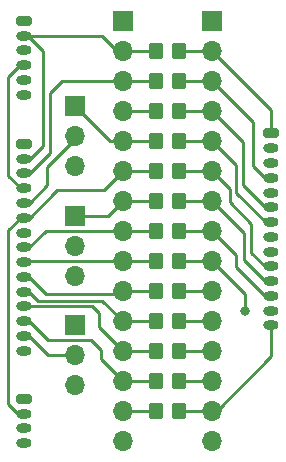
<source format=gbr>
%TF.GenerationSoftware,KiCad,Pcbnew,7.0.1*%
%TF.CreationDate,2023-04-03T00:09:29+09:00*%
%TF.ProjectId,joystick_gpio_input_main_part,6a6f7973-7469-4636-9b5f-6770696f5f69,2*%
%TF.SameCoordinates,PX7863d30PY784b050*%
%TF.FileFunction,Copper,L1,Top*%
%TF.FilePolarity,Positive*%
%FSLAX46Y46*%
G04 Gerber Fmt 4.6, Leading zero omitted, Abs format (unit mm)*
G04 Created by KiCad (PCBNEW 7.0.1) date 2023-04-03 00:09:29*
%MOMM*%
%LPD*%
G01*
G04 APERTURE LIST*
G04 Aperture macros list*
%AMRoundRect*
0 Rectangle with rounded corners*
0 $1 Rounding radius*
0 $2 $3 $4 $5 $6 $7 $8 $9 X,Y pos of 4 corners*
0 Add a 4 corners polygon primitive as box body*
4,1,4,$2,$3,$4,$5,$6,$7,$8,$9,$2,$3,0*
0 Add four circle primitives for the rounded corners*
1,1,$1+$1,$2,$3*
1,1,$1+$1,$4,$5*
1,1,$1+$1,$6,$7*
1,1,$1+$1,$8,$9*
0 Add four rect primitives between the rounded corners*
20,1,$1+$1,$2,$3,$4,$5,0*
20,1,$1+$1,$4,$5,$6,$7,0*
20,1,$1+$1,$6,$7,$8,$9,0*
20,1,$1+$1,$8,$9,$2,$3,0*%
G04 Aperture macros list end*
%TA.AperFunction,SMDPad,CuDef*%
%ADD10RoundRect,0.250000X-0.350000X-0.450000X0.350000X-0.450000X0.350000X0.450000X-0.350000X0.450000X0*%
%TD*%
%TA.AperFunction,ComponentPad*%
%ADD11RoundRect,0.200000X-0.450000X0.200000X-0.450000X-0.200000X0.450000X-0.200000X0.450000X0.200000X0*%
%TD*%
%TA.AperFunction,ComponentPad*%
%ADD12O,1.300000X0.800000*%
%TD*%
%TA.AperFunction,ComponentPad*%
%ADD13R,1.700000X1.700000*%
%TD*%
%TA.AperFunction,ComponentPad*%
%ADD14O,1.700000X1.700000*%
%TD*%
%TA.AperFunction,ViaPad*%
%ADD15C,0.800000*%
%TD*%
%TA.AperFunction,Conductor*%
%ADD16C,0.250000*%
%TD*%
G04 APERTURE END LIST*
D10*
%TO.P,R10,1*%
%TO.N,/Y*%
X14805151Y15163800D03*
%TO.P,R10,2*%
%TO.N,/C_Y*%
X16805151Y15163800D03*
%TD*%
%TO.P,R12,1*%
%TO.N,/TR*%
X14805151Y10083800D03*
%TO.P,R12,2*%
%TO.N,/C_TR*%
X16805151Y10083800D03*
%TD*%
D11*
%TO.P,J6,1,Pin_1*%
%TO.N,/C_UP*%
X24587200Y31038800D03*
D12*
%TO.P,J6,2,Pin_2*%
%TO.N,/C_TL*%
X24587200Y29788800D03*
%TO.P,J6,3,Pin_3*%
%TO.N,/C_X*%
X24587200Y28538800D03*
%TO.P,J6,4,Pin_4*%
%TO.N,/C_DOWN*%
X24587200Y27288800D03*
%TO.P,J6,5,Pin_5*%
%TO.N,/C_Y*%
X24587200Y26038800D03*
%TO.P,J6,6,Pin_6*%
%TO.N,/C_LEFT*%
X24587200Y24788800D03*
%TO.P,J6,7,Pin_7*%
%TO.N,/C_RIGHT*%
X24587200Y23538800D03*
%TO.P,J6,8,Pin_8*%
%TO.N,/C_TR*%
X24587200Y22288800D03*
%TO.P,J6,9,Pin_9*%
%TO.N,/C_B*%
X24587200Y21038800D03*
%TO.P,J6,10,Pin_10*%
%TO.N,/C_START*%
X24587200Y19788800D03*
%TO.P,J6,11,Pin_11*%
%TO.N,/C_SELECT*%
X24587200Y18538800D03*
%TO.P,J6,12,Pin_12*%
%TO.N,/C_A*%
X24587200Y17288800D03*
%TO.P,J6,13,Pin_13*%
%TO.N,/GND*%
X24587200Y16038800D03*
%TO.P,J6,14,Pin_14*%
%TO.N,/C_HK*%
X24587200Y14788800D03*
%TD*%
D10*
%TO.P,R13,1*%
%TO.N,/HK*%
X14805151Y7543800D03*
%TO.P,R13,2*%
%TO.N,/C_HK*%
X16805151Y7543800D03*
%TD*%
%TO.P,R11,1*%
%TO.N,/TL*%
X14805151Y12623800D03*
%TO.P,R11,2*%
%TO.N,/C_TL*%
X16805151Y12623800D03*
%TD*%
%TO.P,R4,1*%
%TO.N,/RIGHT*%
X14805151Y30403800D03*
%TO.P,R4,2*%
%TO.N,/C_RIGHT*%
X16805151Y30403800D03*
%TD*%
%TO.P,R9,1*%
%TO.N,/X*%
X14805151Y17703800D03*
%TO.P,R9,2*%
%TO.N,/C_X*%
X16805151Y17703800D03*
%TD*%
%TO.P,R5,1*%
%TO.N,/START*%
X14805151Y27863800D03*
%TO.P,R5,2*%
%TO.N,/C_START*%
X16805151Y27863800D03*
%TD*%
D13*
%TO.P,JP3,1,Pin_1*%
%TO.N,/HK*%
X8013000Y14808200D03*
D14*
%TO.P,JP3,2,Pin_2*%
%TO.N,/HK_T*%
X8013000Y12268200D03*
%TO.P,JP3,3,Pin_3*%
%TO.N,/GND*%
X8013000Y9728200D03*
%TD*%
D10*
%TO.P,R2,1*%
%TO.N,/DOWN*%
X14805151Y35483800D03*
%TO.P,R2,2*%
%TO.N,/C_DOWN*%
X16805151Y35483800D03*
%TD*%
D11*
%TO.P,J4,1,Pin_1*%
%TO.N,/GND*%
X3618800Y40563800D03*
D12*
%TO.P,J4,2,Pin_2*%
%TO.N,/UP*%
X3618800Y39313800D03*
%TO.P,J4,3,Pin_3*%
%TO.N,/DOWN*%
X3618800Y38063800D03*
%TO.P,J4,4,Pin_4*%
%TO.N,/LEFT*%
X3618800Y36813800D03*
%TO.P,J4,5,Pin_5*%
%TO.N,/RIGHT*%
X3618800Y35563800D03*
%TO.P,J4,6,Pin_6*%
%TO.N,/GND*%
X3618800Y34313800D03*
%TD*%
D13*
%TO.P,J1,1,Pin_1*%
%TO.N,/GND*%
X12026200Y40563800D03*
D14*
%TO.P,J1,2,Pin_2*%
%TO.N,/UP*%
X12026200Y38023800D03*
%TO.P,J1,3,Pin_3*%
%TO.N,/DOWN*%
X12026200Y35483800D03*
%TO.P,J1,4,Pin_4*%
%TO.N,/LEFT*%
X12026200Y32943800D03*
%TO.P,J1,5,Pin_5*%
%TO.N,/RIGHT*%
X12026200Y30403800D03*
%TO.P,J1,6,Pin_6*%
%TO.N,/START*%
X12026200Y27863800D03*
%TO.P,J1,7,Pin_7*%
%TO.N,/SELECT*%
X12026200Y25323800D03*
%TO.P,J1,8,Pin_8*%
%TO.N,/A*%
X12026200Y22783800D03*
%TO.P,J1,9,Pin_9*%
%TO.N,/B*%
X12026200Y20243800D03*
%TO.P,J1,10,Pin_10*%
%TO.N,/X*%
X12026200Y17703800D03*
%TO.P,J1,11,Pin_11*%
%TO.N,/Y*%
X12026200Y15163800D03*
%TO.P,J1,12,Pin_12*%
%TO.N,/TL*%
X12026200Y12623800D03*
%TO.P,J1,13,Pin_13*%
%TO.N,/TR*%
X12026200Y10083800D03*
%TO.P,J1,14,Pin_14*%
%TO.N,/HK*%
X12026200Y7543800D03*
%TO.P,J1,15,Pin_15*%
%TO.N,/GND*%
X12026200Y5003800D03*
%TD*%
D10*
%TO.P,R8,1*%
%TO.N,/B*%
X14805151Y20243800D03*
%TO.P,R8,2*%
%TO.N,/C_B*%
X16805151Y20243800D03*
%TD*%
%TO.P,R3,1*%
%TO.N,/LEFT*%
X14805151Y32943800D03*
%TO.P,R3,2*%
%TO.N,/C_LEFT*%
X16805151Y32943800D03*
%TD*%
D11*
%TO.P,J3,1,Pin_1*%
%TO.N,/GND*%
X3644200Y30149800D03*
D12*
%TO.P,J3,2,Pin_2*%
%TO.N,/UP*%
X3644200Y28899800D03*
%TO.P,J3,3,Pin_3*%
%TO.N,/DOWN*%
X3644200Y27649800D03*
%TO.P,J3,4,Pin_4*%
%TO.N,/LEFT*%
X3644200Y26399800D03*
%TO.P,J3,5,Pin_5*%
%TO.N,/RIGHT_T*%
X3644200Y25149800D03*
%TO.P,J3,6,Pin_6*%
%TO.N,/START*%
X3644200Y23899800D03*
%TO.P,J3,7,Pin_7*%
%TO.N,/SELECT_T*%
X3644200Y22649800D03*
%TO.P,J3,8,Pin_8*%
%TO.N,/A*%
X3644200Y21399800D03*
%TO.P,J3,9,Pin_9*%
%TO.N,/B*%
X3644200Y20149800D03*
%TO.P,J3,10,Pin_10*%
%TO.N,/X*%
X3644200Y18899800D03*
%TO.P,J3,11,Pin_11*%
%TO.N,/Y*%
X3644200Y17649800D03*
%TO.P,J3,12,Pin_12*%
%TO.N,/TL*%
X3644200Y16399800D03*
%TO.P,J3,13,Pin_13*%
%TO.N,/TR*%
X3644200Y15149800D03*
%TO.P,J3,14,Pin_14*%
%TO.N,/HK_T*%
X3644200Y13899800D03*
%TO.P,J3,15,Pin_15*%
%TO.N,/GND*%
X3644200Y12649800D03*
%TD*%
D13*
%TO.P,JP1,1,Pin_1*%
%TO.N,/RIGHT*%
X8013000Y33350200D03*
D14*
%TO.P,JP1,2,Pin_2*%
%TO.N,/RIGHT_T*%
X8013000Y30810200D03*
%TO.P,JP1,3,Pin_3*%
%TO.N,/GND*%
X8013000Y28270200D03*
%TD*%
D13*
%TO.P,J2,1,Pin_1*%
%TO.N,/GND*%
X19564351Y40563800D03*
D14*
%TO.P,J2,2,Pin_2*%
%TO.N,/C_UP*%
X19564351Y38023800D03*
%TO.P,J2,3,Pin_3*%
%TO.N,/C_DOWN*%
X19564351Y35483800D03*
%TO.P,J2,4,Pin_4*%
%TO.N,/C_LEFT*%
X19564351Y32943800D03*
%TO.P,J2,5,Pin_5*%
%TO.N,/C_RIGHT*%
X19564351Y30403800D03*
%TO.P,J2,6,Pin_6*%
%TO.N,/C_START*%
X19564351Y27863800D03*
%TO.P,J2,7,Pin_7*%
%TO.N,/C_SELECT*%
X19564351Y25323800D03*
%TO.P,J2,8,Pin_8*%
%TO.N,/C_A*%
X19564351Y22783800D03*
%TO.P,J2,9,Pin_9*%
%TO.N,/C_B*%
X19564351Y20243800D03*
%TO.P,J2,10,Pin_10*%
%TO.N,/C_X*%
X19564351Y17703800D03*
%TO.P,J2,11,Pin_11*%
%TO.N,/C_Y*%
X19564351Y15163800D03*
%TO.P,J2,12,Pin_12*%
%TO.N,/C_TL*%
X19564351Y12623800D03*
%TO.P,J2,13,Pin_13*%
%TO.N,/C_TR*%
X19564351Y10083800D03*
%TO.P,J2,14,Pin_14*%
%TO.N,/C_HK*%
X19564351Y7543800D03*
%TO.P,J2,15,Pin_15*%
%TO.N,/GND*%
X19564351Y5003800D03*
%TD*%
D13*
%TO.P,JP2,1,Pin_1*%
%TO.N,/SELECT*%
X8013000Y24079200D03*
D14*
%TO.P,JP2,2,Pin_2*%
%TO.N,/SELECT_T*%
X8013000Y21539200D03*
%TO.P,JP2,3,Pin_3*%
%TO.N,/GND*%
X8013000Y18999200D03*
%TD*%
D11*
%TO.P,J5,1,Pin_1*%
%TO.N,/GND*%
X3644200Y8559800D03*
D12*
%TO.P,J5,2,Pin_2*%
%TO.N,/START*%
X3644200Y7309800D03*
%TO.P,J5,3,Pin_3*%
%TO.N,/SELECT*%
X3644200Y6059800D03*
%TO.P,J5,4,Pin_4*%
%TO.N,/GND*%
X3644200Y4809800D03*
%TD*%
D10*
%TO.P,R7,1*%
%TO.N,/A*%
X14805151Y22783800D03*
%TO.P,R7,2*%
%TO.N,/C_A*%
X16805151Y22783800D03*
%TD*%
%TO.P,R6,1*%
%TO.N,/SELECT*%
X14805151Y25323800D03*
%TO.P,R6,2*%
%TO.N,/C_SELECT*%
X16805151Y25323800D03*
%TD*%
%TO.P,R1,1*%
%TO.N,/UP*%
X14805151Y38023800D03*
%TO.P,R1,2*%
%TO.N,/C_UP*%
X16805151Y38023800D03*
%TD*%
D15*
%TO.N,/C_B*%
X22402800Y16002000D03*
%TD*%
D16*
%TO.N,/UP*%
X3993200Y39313800D02*
X3618800Y39313800D01*
X3644200Y28899800D02*
X4185600Y28899800D01*
X5257800Y38049200D02*
X3993200Y39313800D01*
X3618800Y39313800D02*
X10252699Y39313800D01*
X14805151Y38023800D02*
X12026200Y38023800D01*
X10252699Y39313800D02*
X11542699Y38023800D01*
X5257800Y29972000D02*
X5257800Y38049200D01*
X4185600Y28899800D02*
X5257800Y29972000D01*
X11542699Y38023800D02*
X12026200Y38023800D01*
%TO.N,/DOWN*%
X5842000Y34480299D02*
X6845501Y35483800D01*
X6845501Y35483800D02*
X12026200Y35483800D01*
X4141400Y27649800D02*
X5842000Y29350400D01*
X3644200Y27649800D02*
X4141400Y27649800D01*
X5842000Y29350400D02*
X5842000Y34480299D01*
X12026200Y35483800D02*
X14805151Y35483800D01*
%TO.N,/LEFT*%
X3618800Y36813800D02*
X3348600Y36813800D01*
X2323400Y27457400D02*
X3381000Y26399800D01*
X2323400Y35788600D02*
X2323400Y27457400D01*
X3381000Y26399800D02*
X3644200Y26399800D01*
X14778850Y32917499D02*
X12052501Y32917499D01*
X3348600Y36813800D02*
X2323400Y35788600D01*
%TO.N,/RIGHT*%
X14805151Y30403800D02*
X10959400Y30403800D01*
X10959400Y30403800D02*
X8013000Y33350200D01*
%TO.N,/START*%
X6463601Y26212800D02*
X10401501Y26212800D01*
X10401501Y26212800D02*
X12026200Y27837499D01*
X2323400Y8128000D02*
X3141600Y7309800D01*
X12026200Y27837499D02*
X14778850Y27837499D01*
X14778850Y27837499D02*
X14805151Y27863800D01*
X3141600Y7309800D02*
X3644200Y7309800D01*
X4150600Y23899800D02*
X6235000Y25984200D01*
X2323400Y22834600D02*
X2323400Y8128000D01*
X3644200Y23899800D02*
X3388600Y23899800D01*
X3644200Y23899800D02*
X4150600Y23899800D01*
X3388600Y23899800D02*
X2323400Y22834600D01*
X6235001Y25984200D02*
X6463601Y26212800D01*
%TO.N,/SELECT*%
X8013000Y24079200D02*
X10807901Y24079200D01*
X12052501Y25323800D02*
X14805151Y25323800D01*
X10807901Y24079200D02*
X12052501Y25323800D01*
%TO.N,/RIGHT_T*%
X4130600Y25149800D02*
X3644200Y25149800D01*
X5625400Y28206000D02*
X5625400Y26644600D01*
X8013000Y30810200D02*
X8013000Y30593600D01*
X5625400Y26644600D02*
X4130600Y25149800D01*
X8013000Y30593600D02*
X5625400Y28206000D01*
%TO.N,/A*%
X4114400Y21399800D02*
X5523800Y22809200D01*
X5523800Y22809200D02*
X14779751Y22809200D01*
X14779751Y22809200D02*
X14805151Y22783800D01*
X3644200Y21399800D02*
X4114400Y21399800D01*
%TO.N,/B*%
X3738200Y20243800D02*
X14805151Y20243800D01*
X3738200Y20243800D02*
X3644200Y20149800D01*
%TO.N,/X*%
X3644200Y18899800D02*
X4048400Y18899800D01*
X12052501Y17703800D02*
X14805151Y17703800D01*
X11773101Y17424400D02*
X12052501Y17703800D01*
X4048400Y18899800D02*
X5523800Y17424400D01*
X5523800Y17424400D02*
X11773101Y17424400D01*
%TO.N,/Y*%
X4863400Y16891000D02*
X10299000Y16891000D01*
X14778850Y15137499D02*
X14805151Y15163800D01*
X10299000Y16891000D02*
X12052501Y15137499D01*
X4104600Y17649800D02*
X4863400Y16891000D01*
X3644200Y17649800D02*
X4104600Y17649800D01*
X12052501Y15137499D02*
X14778850Y15137499D01*
%TO.N,/TL*%
X12026200Y12623800D02*
X14805151Y12623800D01*
X3644200Y16399800D02*
X9381200Y16399800D01*
X9982200Y14667800D02*
X12026200Y12623800D01*
X9381200Y16399800D02*
X9982200Y15798800D01*
X9982200Y15798800D02*
X9982200Y14667800D01*
%TO.N,/TR*%
X3644200Y15149800D02*
X4064600Y15149800D01*
X10134600Y12725400D02*
X10134600Y11975400D01*
X10134600Y11975400D02*
X12026200Y10083800D01*
X9347200Y13512800D02*
X10134600Y12725400D01*
X12026200Y10083800D02*
X14805151Y10083800D01*
X5701600Y13512800D02*
X9347200Y13512800D01*
X4064600Y15149800D02*
X5701600Y13512800D01*
%TO.N,/HK_T*%
X4095400Y13899800D02*
X3644200Y13899800D01*
X5727000Y12268200D02*
X4095400Y13899800D01*
X8013000Y12268200D02*
X5727000Y12268200D01*
%TO.N,/HK*%
X12026200Y7543800D02*
X14805151Y7543800D01*
%TO.N,/C_UP*%
X16805151Y38023800D02*
X19564351Y38023800D01*
X24587200Y33000951D02*
X24587200Y31038800D01*
X19564351Y38023800D02*
X24587200Y33000951D01*
%TO.N,/C_DOWN*%
X19564351Y35483800D02*
X23063200Y31984951D01*
X23063200Y31984951D02*
X23063200Y28270200D01*
X23063200Y28270200D02*
X24044600Y27288800D01*
X16805151Y35483800D02*
X19564351Y35483800D01*
X24044600Y27288800D02*
X24587200Y27288800D01*
%TO.N,/C_LEFT*%
X22199600Y26644600D02*
X24055400Y24788800D01*
X19564351Y32943800D02*
X22199600Y30308551D01*
X24055400Y24788800D02*
X24587200Y24788800D01*
X22199600Y30308551D02*
X22199600Y26644600D01*
X16805151Y32943800D02*
X19564351Y32943800D01*
%TO.N,/C_RIGHT*%
X24111600Y23538800D02*
X24587200Y23538800D01*
X19564351Y30403800D02*
X21640800Y28327351D01*
X21640800Y28327351D02*
X21640800Y26009600D01*
X21640800Y26009600D02*
X24111600Y23538800D01*
X16805151Y30403800D02*
X19564351Y30403800D01*
%TO.N,/C_START*%
X22910800Y23368000D02*
X22910800Y20904200D01*
X21082000Y26346151D02*
X21082000Y25196800D01*
X21082000Y25196800D02*
X22910800Y23368000D01*
X16805151Y27863800D02*
X19564351Y27863800D01*
X22910800Y20904200D02*
X24026200Y19788800D01*
X24026200Y19788800D02*
X24587200Y19788800D01*
X19564351Y27863800D02*
X21082000Y26346151D01*
%TO.N,/C_SELECT*%
X24031600Y18538800D02*
X24587200Y18538800D01*
X19564351Y25323800D02*
X22275800Y22612351D01*
X22275800Y20294600D02*
X24031600Y18538800D01*
X16805151Y25323800D02*
X19564351Y25323800D01*
X22275800Y22612351D02*
X22275800Y20294600D01*
%TO.N,/C_A*%
X21590000Y19735800D02*
X24037000Y17288800D01*
X21590000Y20758151D02*
X21590000Y19735800D01*
X19564351Y22783800D02*
X21590000Y20758151D01*
X16805151Y22783800D02*
X19564351Y22783800D01*
X24037000Y17288800D02*
X24587200Y17288800D01*
%TO.N,/C_B*%
X16805151Y20243800D02*
X19564351Y20243800D01*
X22402800Y17405351D02*
X19564351Y20243800D01*
X22402800Y16002000D02*
X22402800Y17405351D01*
%TO.N,/C_X*%
X16805151Y17703800D02*
X19564351Y17703800D01*
%TO.N,/C_Y*%
X16805151Y15163800D02*
X19564351Y15163800D01*
%TO.N,/C_TL*%
X16805151Y12623800D02*
X19564351Y12623800D01*
%TO.N,/C_TR*%
X16805151Y10083800D02*
X19564351Y10083800D01*
%TO.N,/C_HK*%
X19564351Y7543800D02*
X19970751Y7543800D01*
X16805151Y7543800D02*
X19564351Y7543800D01*
X19970751Y7543800D02*
X24587200Y12160249D01*
X24587200Y12160249D02*
X24587200Y14788800D01*
%TD*%
M02*

</source>
